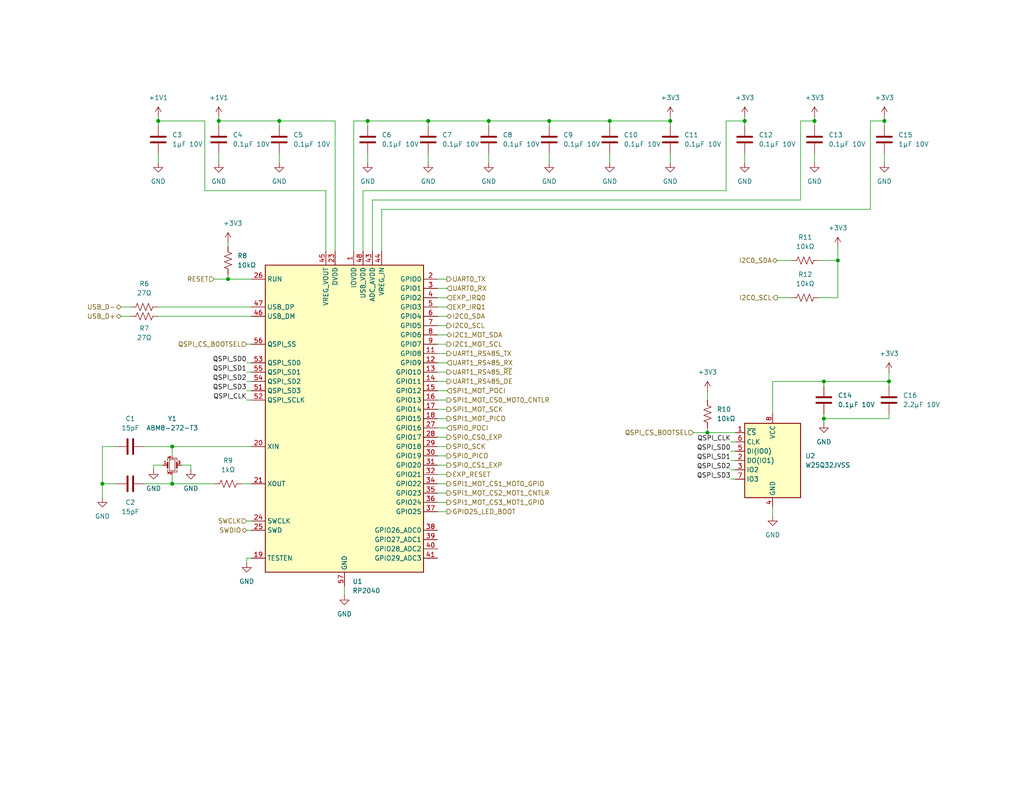
<source format=kicad_sch>
(kicad_sch (version 20231120) (generator "eeschema") (generator_version "8.0")
  (paper "USLetter")
  (title_block (title "Pan Tilt PCB: RP2040") (date "2024-07-10") (company "Responsive Environments, MIT Media Lab") (comment 1 "Perry Naseck"))
  (lib_symbols
    (symbol "Device:C" (pin_numbers hide) (pin_names (offset 0.254))
      (property "Reference" "C" (at 0.635 2.54 0))
      (property "Value" "C" (at 0.635 -2.54 0))
      (symbol "C_0_1"
        (polyline (pts (xy -2.032 -0.762) (xy 2.032 -0.762)) (stroke (width 0.508)))
        (polyline (pts (xy -2.032 0.762) (xy 2.032 0.762)) (stroke (width 0.508)))
      )
      (symbol "C_1_1"
        (pin passive line (at 0 3.81 270) (length 2.794) (name "~") (number "1"))
        (pin passive line (at 0 -3.81 90) (length 2.794) (name "~") (number "2"))
      )
    )
    (symbol "Device:Crystal_GND24_Small" (pin_names (offset 1.016) hide)
      (property "Reference" "Y" (at 1.27 4.445 0))
      (property "Value" "Crystal_GND24_Small" (at 1.27 2.54 0))
      (symbol "Crystal_GND24_Small_0_1"
        (rectangle (start -0.762 -1.524) (end 0.762 1.524))
        (polyline (pts (xy -1.27 -0.762) (xy -1.27 0.762)) (stroke (width 0.381)))
        (polyline (pts (xy 1.27 -0.762) (xy 1.27 0.762)) (stroke (width 0.381)))
        (polyline (pts (xy -1.27 -1.27) (xy -1.27 -1.905) (xy 1.27 -1.905) (xy 1.27 -1.27)))
        (polyline (pts (xy -1.27 1.27) (xy -1.27 1.905) (xy 1.27 1.905) (xy 1.27 1.27)))
      )
      (symbol "Crystal_GND24_Small_1_1"
        (pin passive line (at -2.54 0 0) (length 1.27) (name "1") (number "1"))
        (pin passive line (at 0 -2.54 90) (length 0.635) (name "2") (number "2"))
        (pin passive line (at 2.54 0 180) (length 1.27) (name "3") (number "3"))
        (pin passive line (at 0 2.54 270) (length 0.635) (name "4") (number "4"))
      )
    )
    (symbol "Device:R_US" (pin_numbers hide) (pin_names (offset 0))
      (property "Reference" "R" (at 2.54 0 90))
      (property "Value" "R_US" (at -2.54 0 90))
      (symbol "R_US_0_1"
        (polyline (pts (xy 0 -2.286) (xy 0 -2.54)))
        (polyline (pts (xy 0 2.286) (xy 0 2.54)))
        (polyline (pts (xy 0 -0.762) (xy 1.016 -1.143) (xy 0 -1.524) (xy -1.016 -1.905) (xy 0 -2.286)))
        (polyline (pts (xy 0 0.762) (xy 1.016 0.381) (xy 0 0) (xy -1.016 -0.381) (xy 0 -0.762)))
        (polyline (pts (xy 0 2.286) (xy 1.016 1.905) (xy 0 1.524) (xy -1.016 1.143) (xy 0 0.762)))
      )
      (symbol "R_US_1_1"
        (pin passive line (at 0 3.81 270) (length 1.27) (name "~") (number "1"))
        (pin passive line (at 0 -3.81 90) (length 1.27) (name "~") (number "2"))
      )
    )
    (symbol "MCU_RaspberryPi:RP2040"
      (property "Reference" "U" (at 17.78 45.72 0))
      (property "Value" "RP2040" (at 17.78 43.18 0))
      (symbol "RP2040_0_1"
        (rectangle (start -21.59 41.91) (end 21.59 -41.91) (stroke (width 0.254)) (fill (type background)))
      )
      (symbol "RP2040_1_1"
        (pin power_in line (at 2.54 45.72 270) (length 3.81) (name "IOVDD") (number "1"))
        (pin passive line (at 2.54 45.72 270) (length 3.81) hide (name "IOVDD") (number "10"))
        (pin bidirectional line (at 25.4 17.78 180) (length 3.81) (name "GPIO8") (number "11"))
        (pin bidirectional line (at 25.4 15.24 180) (length 3.81) (name "GPIO9") (number "12"))
        (pin bidirectional line (at 25.4 12.7 180) (length 3.81) (name "GPIO10") (number "13"))
        (pin bidirectional line (at 25.4 10.16 180) (length 3.81) (name "GPIO11") (number "14"))
        (pin bidirectional line (at 25.4 7.62 180) (length 3.81) (name "GPIO12") (number "15"))
        (pin bidirectional line (at 25.4 5.08 180) (length 3.81) (name "GPIO13") (number "16"))
        (pin bidirectional line (at 25.4 2.54 180) (length 3.81) (name "GPIO14") (number "17"))
        (pin bidirectional line (at 25.4 0 180) (length 3.81) (name "GPIO15") (number "18"))
        (pin input line (at -25.4 -38.1 0) (length 3.81) (name "TESTEN") (number "19"))
        (pin bidirectional line (at 25.4 38.1 180) (length 3.81) (name "GPIO0") (number "2"))
        (pin input line (at -25.4 -7.62 0) (length 3.81) (name "XIN") (number "20"))
        (pin passive line (at -25.4 -17.78 0) (length 3.81) (name "XOUT") (number "21"))
        (pin passive line (at 2.54 45.72 270) (length 3.81) hide (name "IOVDD") (number "22"))
        (pin power_in line (at -2.54 45.72 270) (length 3.81) (name "DVDD") (number "23"))
        (pin input line (at -25.4 -27.94 0) (length 3.81) (name "SWCLK") (number "24"))
        (pin bidirectional line (at -25.4 -30.48 0) (length 3.81) (name "SWD") (number "25"))
        (pin input line (at -25.4 38.1 0) (length 3.81) (name "RUN") (number "26"))
        (pin bidirectional line (at 25.4 -2.54 180) (length 3.81) (name "GPIO16") (number "27"))
        (pin bidirectional line (at 25.4 -5.08 180) (length 3.81) (name "GPIO17") (number "28"))
        (pin bidirectional line (at 25.4 -7.62 180) (length 3.81) (name "GPIO18") (number "29"))
        (pin bidirectional line (at 25.4 35.56 180) (length 3.81) (name "GPIO1") (number "3"))
        (pin bidirectional line (at 25.4 -10.16 180) (length 3.81) (name "GPIO19") (number "30"))
        (pin bidirectional line (at 25.4 -12.7 180) (length 3.81) (name "GPIO20") (number "31"))
        (pin bidirectional line (at 25.4 -15.24 180) (length 3.81) (name "GPIO21") (number "32"))
        (pin passive line (at 2.54 45.72 270) (length 3.81) hide (name "IOVDD") (number "33"))
        (pin bidirectional line (at 25.4 -17.78 180) (length 3.81) (name "GPIO22") (number "34"))
        (pin bidirectional line (at 25.4 -20.32 180) (length 3.81) (name "GPIO23") (number "35"))
        (pin bidirectional line (at 25.4 -22.86 180) (length 3.81) (name "GPIO24") (number "36"))
        (pin bidirectional line (at 25.4 -25.4 180) (length 3.81) (name "GPIO25") (number "37"))
        (pin bidirectional line (at 25.4 -30.48 180) (length 3.81) (name "GPIO26_ADC0") (number "38"))
        (pin bidirectional line (at 25.4 -33.02 180) (length 3.81) (name "GPIO27_ADC1") (number "39"))
        (pin bidirectional line (at 25.4 33.02 180) (length 3.81) (name "GPIO2") (number "4"))
        (pin bidirectional line (at 25.4 -35.56 180) (length 3.81) (name "GPIO28_ADC2") (number "40"))
        (pin bidirectional line (at 25.4 -38.1 180) (length 3.81) (name "GPIO29_ADC3") (number "41"))
        (pin passive line (at 2.54 45.72 270) (length 3.81) hide (name "IOVDD") (number "42"))
        (pin power_in line (at 7.62 45.72 270) (length 3.81) (name "ADC_AVDD") (number "43"))
        (pin power_in line (at 10.16 45.72 270) (length 3.81) (name "VREG_IN") (number "44"))
        (pin power_out line (at -5.08 45.72 270) (length 3.81) (name "VREG_VOUT") (number "45"))
        (pin bidirectional line (at -25.4 27.94 0) (length 3.81) (name "USB_DM") (number "46"))
        (pin bidirectional line (at -25.4 30.48 0) (length 3.81) (name "USB_DP") (number "47"))
        (pin power_in line (at 5.08 45.72 270) (length 3.81) (name "USB_VDD") (number "48"))
        (pin passive line (at 2.54 45.72 270) (length 3.81) hide (name "IOVDD") (number "49"))
        (pin bidirectional line (at 25.4 30.48 180) (length 3.81) (name "GPIO3") (number "5"))
        (pin passive line (at -2.54 45.72 270) (length 3.81) hide (name "DVDD") (number "50"))
        (pin bidirectional line (at -25.4 7.62 0) (length 3.81) (name "QSPI_SD3") (number "51"))
        (pin output line (at -25.4 5.08 0) (length 3.81) (name "QSPI_SCLK") (number "52"))
        (pin bidirectional line (at -25.4 15.24 0) (length 3.81) (name "QSPI_SD0") (number "53"))
        (pin bidirectional line (at -25.4 10.16 0) (length 3.81) (name "QSPI_SD2") (number "54"))
        (pin bidirectional line (at -25.4 12.7 0) (length 3.81) (name "QSPI_SD1") (number "55"))
        (pin bidirectional line (at -25.4 20.32 0) (length 3.81) (name "QSPI_SS") (number "56"))
        (pin power_in line (at 0 -45.72 90) (length 3.81) (name "GND") (number "57"))
        (pin bidirectional line (at 25.4 27.94 180) (length 3.81) (name "GPIO4") (number "6"))
        (pin bidirectional line (at 25.4 25.4 180) (length 3.81) (name "GPIO5") (number "7"))
        (pin bidirectional line (at 25.4 22.86 180) (length 3.81) (name "GPIO6") (number "8"))
        (pin bidirectional line (at 25.4 20.32 180) (length 3.81) (name "GPIO7") (number "9"))
      )
    )
    (symbol "Memory_Flash:W25Q32JVSS"
      (property "Reference" "U" (at -6.35 11.43 0))
      (property "Value" "W25Q32JVSS" (at 7.62 11.43 0))
      (symbol "W25Q32JVSS_0_1"
        (rectangle (start -7.62 10.16) (end 7.62 -10.16) (stroke (width 0.254)) (fill (type background)))
      )
      (symbol "W25Q32JVSS_1_1"
        (pin input line (at -10.16 7.62 0) (length 2.54) (name "~{CS}") (number "1"))
        (pin bidirectional line (at -10.16 0 0) (length 2.54) (name "DO(IO1)") (number "2"))
        (pin bidirectional line (at -10.16 -2.54 0) (length 2.54) (name "IO2") (number "3"))
        (pin power_in line (at 0 -12.7 90) (length 2.54) (name "GND") (number "4"))
        (pin bidirectional line (at -10.16 2.54 0) (length 2.54) (name "DI(IO0)") (number "5"))
        (pin input line (at -10.16 5.08 0) (length 2.54) (name "CLK") (number "6"))
        (pin bidirectional line (at -10.16 -5.08 0) (length 2.54) (name "IO3") (number "7"))
        (pin power_in line (at 0 12.7 270) (length 2.54) (name "VCC") (number "8"))
      )
    )
    (symbol "power:+1V1" (power) (pin_numbers hide) (pin_names (offset 0) hide)
      (property "Value" "+1V1" (at 0 3.556 0))
      (symbol "+1V1_0_1"
        (polyline (pts (xy -0.762 1.27) (xy 0 2.54)))
        (polyline (pts (xy 0 0) (xy 0 2.54)))
        (polyline (pts (xy 0 2.54) (xy 0.762 1.27)))
      )
      (symbol "+1V1_1_1"
        (pin power_in line (at 0 0 90) (length 0) (name "~") (number "1"))
      )
    )
    (symbol "power:+3V3" (power) (pin_numbers hide) (pin_names (offset 0) hide)
      (property "Value" "+3V3" (at 0 3.556 0))
      (symbol "+3V3_0_1"
        (polyline (pts (xy -0.762 1.27) (xy 0 2.54)))
        (polyline (pts (xy 0 0) (xy 0 2.54)))
        (polyline (pts (xy 0 2.54) (xy 0.762 1.27)))
      )
      (symbol "+3V3_1_1"
        (pin power_in line (at 0 0 90) (length 0) (name "~") (number "1"))
      )
    )
    (symbol "power:GND" (power) (pin_numbers hide) (pin_names (offset 0) hide)
      (property "Value" "GND" (at 0 -3.81 0))
      (symbol "GND_0_1"
        (polyline (pts (xy 0 0) (xy 0 -1.27) (xy 1.27 -1.27) (xy 0 -2.54) (xy -1.27 -1.27) (xy 0 -1.27)))
      )
      (symbol "GND_1_1"
        (pin power_in line (at 0 0 270) (length 0) (name "~") (number "1"))
      )
    )
  )
  (junction (at 241.3 33.02))
  (junction (at 182.88 33.02))
  (junction (at 149.86 33.02))
  (junction (at 224.79 104.14))
  (junction (at 166.37 33.02))
  (junction (at 242.57 104.14))
  (junction (at 228.6 71.12))
  (junction (at 76.2 33.02))
  (junction (at 100.33 33.02))
  (junction (at 59.69 33.02))
  (junction (at 203.2 33.02))
  (junction (at 224.79 114.3))
  (junction (at 27.94 132.08))
  (junction (at 133.35 33.02))
  (junction (at 116.84 33.02))
  (junction (at 46.99 121.92))
  (junction (at 43.18 33.02))
  (junction (at 222.25 33.02))
  (junction (at 193.04 118.11))
  (junction (at 62.23 76.2))
  (junction (at 46.99 132.08))
  (wire (pts (xy 119.38 119.38) (xy 121.92 119.38)))
  (wire (pts (xy 33.02 83.82) (xy 35.56 83.82)))
  (wire (pts (xy 46.99 121.92) (xy 46.99 124.46)))
  (wire (pts (xy 116.84 41.91) (xy 116.84 44.45)))
  (wire (pts (xy 93.98 160.02) (xy 93.98 162.56)))
  (wire (pts (xy 119.38 88.9) (xy 121.92 88.9)))
  (wire (pts (xy 100.33 41.91) (xy 100.33 44.45)))
  (wire (pts (xy 119.38 139.7) (xy 121.92 139.7)))
  (wire (pts (xy 59.69 41.91) (xy 59.69 44.45)))
  (wire (pts (xy 96.52 33.02) (xy 96.52 68.58)))
  (wire (pts (xy 67.31 144.78) (xy 68.58 144.78)))
  (wire (pts (xy 43.18 83.82) (xy 68.58 83.82)))
  (wire (pts (xy 62.23 74.93) (xy 62.23 76.2)))
  (wire (pts (xy 101.6 54.61) (xy 101.6 68.58)))
  (wire (pts (xy 119.38 76.2) (xy 121.92 76.2)))
  (wire (pts (xy 222.25 31.75) (xy 222.25 33.02)))
  (wire (pts (xy 182.88 41.91) (xy 182.88 44.45)))
  (wire (pts (xy 119.38 111.76) (xy 121.92 111.76)))
  (wire (pts (xy 46.99 132.08) (xy 58.42 132.08)))
  (wire (pts (xy 241.3 31.75) (xy 241.3 33.02)))
  (wire (pts (xy 35.56 86.36) (xy 33.02 86.36)))
  (wire (pts (xy 224.79 114.3) (xy 242.57 114.3)))
  (wire (pts (xy 68.58 152.4) (xy 67.31 152.4)))
  (wire (pts (xy 27.94 132.08) (xy 27.94 135.89)))
  (wire (pts (xy 166.37 33.02) (xy 182.88 33.02)))
  (wire (pts (xy 55.88 33.02) (xy 55.88 52.07)))
  (wire (pts (xy 119.38 81.28) (xy 121.92 81.28)))
  (wire (pts (xy 39.37 121.92) (xy 46.99 121.92)))
  (wire (pts (xy 119.38 116.84) (xy 121.92 116.84)))
  (wire (pts (xy 67.31 109.22) (xy 68.58 109.22)))
  (wire (pts (xy 119.38 121.92) (xy 121.92 121.92)))
  (wire (pts (xy 199.39 128.27) (xy 200.66 128.27)))
  (wire (pts (xy 218.44 33.02) (xy 218.44 54.61)))
  (wire (pts (xy 119.38 99.06) (xy 121.92 99.06)))
  (wire (pts (xy 88.9 52.07) (xy 88.9 68.58)))
  (wire (pts (xy 119.38 132.08) (xy 121.92 132.08)))
  (wire (pts (xy 199.39 123.19) (xy 200.66 123.19)))
  (wire (pts (xy 76.2 33.02) (xy 76.2 34.29)))
  (wire (pts (xy 41.91 127) (xy 44.45 127)))
  (wire (pts (xy 119.38 91.44) (xy 121.92 91.44)))
  (wire (pts (xy 43.18 86.36) (xy 68.58 86.36)))
  (wire (pts (xy 67.31 142.24) (xy 68.58 142.24)))
  (wire (pts (xy 242.57 114.3) (xy 242.57 113.03)))
  (wire (pts (xy 119.38 78.74) (xy 121.92 78.74)))
  (wire (pts (xy 91.44 33.02) (xy 91.44 68.58)))
  (wire (pts (xy 99.06 52.07) (xy 99.06 68.58)))
  (wire (pts (xy 67.31 106.68) (xy 68.58 106.68)))
  (wire (pts (xy 149.86 33.02) (xy 149.86 34.29)))
  (wire (pts (xy 76.2 33.02) (xy 91.44 33.02)))
  (wire (pts (xy 224.79 104.14) (xy 242.57 104.14)))
  (wire (pts (xy 67.31 99.06) (xy 68.58 99.06)))
  (wire (pts (xy 27.94 132.08) (xy 31.75 132.08)))
  (wire (pts (xy 189.23 118.11) (xy 193.04 118.11)))
  (wire (pts (xy 119.38 104.14) (xy 121.92 104.14)))
  (wire (pts (xy 182.88 31.75) (xy 182.88 33.02)))
  (wire (pts (xy 149.86 41.91) (xy 149.86 44.45)))
  (wire (pts (xy 27.94 121.92) (xy 27.94 132.08)))
  (wire (pts (xy 193.04 116.84) (xy 193.04 118.11)))
  (wire (pts (xy 119.38 106.68) (xy 121.92 106.68)))
  (wire (pts (xy 198.12 33.02) (xy 203.2 33.02)))
  (wire (pts (xy 101.6 54.61) (xy 218.44 54.61)))
  (wire (pts (xy 198.12 33.02) (xy 198.12 52.07)))
  (wire (pts (xy 224.79 113.03) (xy 224.79 114.3)))
  (wire (pts (xy 242.57 105.41) (xy 242.57 104.14)))
  (wire (pts (xy 96.52 33.02) (xy 100.33 33.02)))
  (wire (pts (xy 228.6 71.12) (xy 228.6 81.28)))
  (wire (pts (xy 166.37 41.91) (xy 166.37 44.45)))
  (wire (pts (xy 43.18 41.91) (xy 43.18 44.45)))
  (wire (pts (xy 218.44 33.02) (xy 222.25 33.02)))
  (wire (pts (xy 43.18 33.02) (xy 43.18 34.29)))
  (wire (pts (xy 55.88 52.07) (xy 88.9 52.07)))
  (wire (pts (xy 149.86 33.02) (xy 166.37 33.02)))
  (wire (pts (xy 104.14 57.15) (xy 237.49 57.15)))
  (wire (pts (xy 182.88 33.02) (xy 182.88 34.29)))
  (wire (pts (xy 59.69 33.02) (xy 76.2 33.02)))
  (wire (pts (xy 119.38 124.46) (xy 121.92 124.46)))
  (wire (pts (xy 210.82 138.43) (xy 210.82 140.97)))
  (wire (pts (xy 199.39 130.81) (xy 200.66 130.81)))
  (wire (pts (xy 62.23 76.2) (xy 68.58 76.2)))
  (wire (pts (xy 104.14 57.15) (xy 104.14 68.58)))
  (wire (pts (xy 241.3 33.02) (xy 241.3 34.29)))
  (wire (pts (xy 119.38 134.62) (xy 121.92 134.62)))
  (wire (pts (xy 193.04 118.11) (xy 200.66 118.11)))
  (wire (pts (xy 212.09 71.12) (xy 215.9 71.12)))
  (wire (pts (xy 210.82 104.14) (xy 210.82 113.03)))
  (wire (pts (xy 67.31 104.14) (xy 68.58 104.14)))
  (wire (pts (xy 241.3 41.91) (xy 241.3 44.45)))
  (wire (pts (xy 100.33 33.02) (xy 100.33 34.29)))
  (wire (pts (xy 198.12 52.07) (xy 99.06 52.07)))
  (wire (pts (xy 222.25 33.02) (xy 222.25 34.29)))
  (wire (pts (xy 67.31 101.6) (xy 68.58 101.6)))
  (wire (pts (xy 237.49 33.02) (xy 241.3 33.02)))
  (wire (pts (xy 199.39 125.73) (xy 200.66 125.73)))
  (wire (pts (xy 119.38 83.82) (xy 121.92 83.82)))
  (wire (pts (xy 237.49 57.15) (xy 237.49 33.02)))
  (wire (pts (xy 119.38 101.6) (xy 121.92 101.6)))
  (wire (pts (xy 119.38 109.22) (xy 121.92 109.22)))
  (wire (pts (xy 199.39 120.65) (xy 200.66 120.65)))
  (wire (pts (xy 166.37 33.02) (xy 166.37 34.29)))
  (wire (pts (xy 203.2 31.75) (xy 203.2 33.02)))
  (wire (pts (xy 119.38 86.36) (xy 121.92 86.36)))
  (wire (pts (xy 224.79 114.3) (xy 224.79 115.57)))
  (wire (pts (xy 67.31 93.98) (xy 68.58 93.98)))
  (wire (pts (xy 193.04 106.68) (xy 193.04 109.22)))
  (wire (pts (xy 223.52 71.12) (xy 228.6 71.12)))
  (wire (pts (xy 224.79 104.14) (xy 224.79 105.41)))
  (wire (pts (xy 228.6 67.31) (xy 228.6 71.12)))
  (wire (pts (xy 210.82 104.14) (xy 224.79 104.14)))
  (wire (pts (xy 116.84 33.02) (xy 116.84 34.29)))
  (wire (pts (xy 67.31 152.4) (xy 67.31 153.67)))
  (wire (pts (xy 203.2 41.91) (xy 203.2 44.45)))
  (wire (pts (xy 223.52 81.28) (xy 228.6 81.28)))
  (wire (pts (xy 133.35 33.02) (xy 149.86 33.02)))
  (wire (pts (xy 212.09 81.28) (xy 215.9 81.28)))
  (wire (pts (xy 46.99 121.92) (xy 68.58 121.92)))
  (wire (pts (xy 116.84 33.02) (xy 133.35 33.02)))
  (wire (pts (xy 203.2 33.02) (xy 203.2 34.29)))
  (wire (pts (xy 43.18 31.75) (xy 43.18 33.02)))
  (wire (pts (xy 52.07 128.27) (xy 52.07 127)))
  (wire (pts (xy 119.38 137.16) (xy 121.92 137.16)))
  (wire (pts (xy 242.57 101.6) (xy 242.57 104.14)))
  (wire (pts (xy 119.38 127) (xy 121.92 127)))
  (wire (pts (xy 76.2 41.91) (xy 76.2 44.45)))
  (wire (pts (xy 119.38 96.52) (xy 121.92 96.52)))
  (wire (pts (xy 66.04 132.08) (xy 68.58 132.08)))
  (wire (pts (xy 58.42 76.2) (xy 62.23 76.2)))
  (wire (pts (xy 62.23 66.04) (xy 62.23 67.31)))
  (wire (pts (xy 133.35 41.91) (xy 133.35 44.45)))
  (wire (pts (xy 119.38 93.98) (xy 121.92 93.98)))
  (wire (pts (xy 222.25 41.91) (xy 222.25 44.45)))
  (wire (pts (xy 133.35 33.02) (xy 133.35 34.29)))
  (wire (pts (xy 43.18 33.02) (xy 55.88 33.02)))
  (wire (pts (xy 100.33 33.02) (xy 116.84 33.02)))
  (wire (pts (xy 39.37 132.08) (xy 46.99 132.08)))
  (wire (pts (xy 41.91 128.27) (xy 41.91 127)))
  (wire (pts (xy 119.38 114.3) (xy 121.92 114.3)))
  (wire (pts (xy 59.69 33.02) (xy 59.69 34.29)))
  (wire (pts (xy 46.99 129.54) (xy 46.99 132.08)))
  (wire (pts (xy 31.75 121.92) (xy 27.94 121.92)))
  (wire (pts (xy 59.69 31.75) (xy 59.69 33.02)))
  (wire (pts (xy 119.38 129.54) (xy 121.92 129.54)))
  (wire (pts (xy 49.53 127) (xy 52.07 127)))
  (label "QSPI_SD0" (at 199.39 123.19 180))
  (label "QSPI_SD3" (at 67.31 106.68 180))
  (label "QSPI_SD3" (at 199.39 130.81 180))
  (label "QSPI_SD2" (at 67.31 104.14 180))
  (label "QSPI_SD1" (at 199.39 125.73 180))
  (label "QSPI_CLK" (at 199.39 120.65 180))
  (label "QSPI_SD0" (at 67.31 99.06 180))
  (label "QSPI_SD2" (at 199.39 128.27 180))
  (label "QSPI_CLK" (at 67.31 109.22 180))
  (label "QSPI_SD1" (at 67.31 101.6 180))
  (hierarchical_label "SPI1_MOT_CS0_MOT0_CNTLR" (shape output) (at 121.92 109.22 0))
  (hierarchical_label "SPI1_MOT_CS3_MOT1_GPIO" (shape output) (at 121.92 137.16 0))
  (hierarchical_label "RESET" (shape input) (at 58.42 76.2 180))
  (hierarchical_label "I2C0_SCL" (shape output) (at 121.92 88.9 0))
  (hierarchical_label "USB_D-" (shape bidirectional) (at 33.02 83.82 180))
  (hierarchical_label "SPI0_SCK" (shape output) (at 121.92 121.92 0))
  (hierarchical_label "UART0_TX" (shape output) (at 121.92 76.2 0))
  (hierarchical_label "I2C0_SDA" (shape bidirectional) (at 121.92 86.36 0))
  (hierarchical_label "SPI0_POCI" (shape input) (at 121.92 116.84 0))
  (hierarchical_label "UART0_RX" (shape input) (at 121.92 78.74 0))
  (hierarchical_label "SPI0_CS0_EXP" (shape output) (at 121.92 119.38 0))
  (hierarchical_label "EXP_IRQ1" (shape input) (at 121.92 83.82 0))
  (hierarchical_label "QSPI_CS_BOOTSEL" (shape input) (at 67.31 93.98 180))
  (hierarchical_label "I2C0_SDA" (shape bidirectional) (at 212.09 71.12 180))
  (hierarchical_label "SPI1_MOT_SCK" (shape output) (at 121.92 111.76 0))
  (hierarchical_label "SPI0_CS1_EXP" (shape output) (at 121.92 127 0))
  (hierarchical_label "UART1_RS485_~{RE}" (shape output) (at 121.92 101.6 0))
  (hierarchical_label "SWDIO" (shape bidirectional) (at 67.31 144.78 180))
  (hierarchical_label "SPI0_PICO" (shape output) (at 121.92 124.46 0))
  (hierarchical_label "I2C1_MOT_SDA" (shape bidirectional) (at 121.92 91.44 0))
  (hierarchical_label "EXP_IRQ0" (shape input) (at 121.92 81.28 0))
  (hierarchical_label "I2C1_MOT_SCL" (shape output) (at 121.92 93.98 0))
  (hierarchical_label "UART1_RS485_DE" (shape output) (at 121.92 104.14 0))
  (hierarchical_label "QSPI_CS_BOOTSEL" (shape input) (at 189.23 118.11 180))
  (hierarchical_label "I2C0_SCL" (shape output) (at 212.09 81.28 180))
  (hierarchical_label "UART1_RS485_TX" (shape output) (at 121.92 96.52 0))
  (hierarchical_label "SPI1_MOT_POCI" (shape input) (at 121.92 106.68 0))
  (hierarchical_label "USB_D+" (shape bidirectional) (at 33.02 86.36 180))
  (hierarchical_label "EXP_RESET" (shape output) (at 121.92 129.54 0))
  (hierarchical_label "SWCLK" (shape input) (at 67.31 142.24 180))
  (hierarchical_label "SPI1_MOT_PICO" (shape output) (at 121.92 114.3 0))
  (hierarchical_label "SPI1_MOT_CS2_MOT1_CNTLR" (shape output) (at 121.92 134.62 0))
  (hierarchical_label "UART1_RS485_RX" (shape input) (at 121.92 99.06 0))
  (hierarchical_label "SPI1_MOT_CS1_MOT0_GPIO" (shape output) (at 121.92 132.08 0))
  (hierarchical_label "GPIO25_LED_BOOT" (shape output) (at 121.92 139.7 0))
  (symbol (lib_id "power:GND") (at 224.79 115.57 0) (unit 1)
    (property "Reference" "#PWR046" (effects (hide yes)))
    (property "Value" "GND" (at 224.79 120.65 0))
    (property "Description" "Power symbol creates a global label with name \"GND\" , ground" (effects (hide yes)))
  )
  (symbol (lib_id "power:GND") (at 241.3 44.45 0) (unit 1)
    (property "Reference" "#PWR049" (effects (hide yes)))
    (property "Value" "GND" (at 241.3 49.53 0))
    (property "Description" "Power symbol creates a global label with name \"GND\" , ground" (effects (hide yes)))
  )
  (symbol (lib_id "power:GND") (at 93.98 162.56 0) (unit 1)
    (property "Reference" "#PWR032" (effects (hide yes)))
    (property "Value" "GND" (at 93.98 167.64 0))
    (property "Description" "Power symbol creates a global label with name \"GND\" , ground" (effects (hide yes)))
  )
  (symbol (lib_id "power:GND") (at 133.35 44.45 0) (unit 1)
    (property "Reference" "#PWR035" (effects (hide yes)))
    (property "Value" "GND" (at 133.35 49.53 0))
    (property "Description" "Power symbol creates a global label with name \"GND\" , ground" (effects (hide yes)))
  )
  (symbol (lib_id "power:+3V3") (at 222.25 31.75 0) (unit 1)
    (property "Reference" "#PWR044" (effects (hide yes)))
    (property "Value" "+3V3" (at 222.25 26.67 0))
    (property "Description" "Power symbol creates a global label with name \"+3V3\"" (effects (hide yes)))
  )
  (symbol (lib_id "Device:R_US") (at 39.37 86.36 90) (unit 1)
    (property "Reference" "R7" (at 39.37 89.662 90))
    (property "Value" "27Ω" (at 39.37 92.202 90))
    (property "Description" "Resistor, US symbol" (effects (hide yes)))
  )
  (symbol (lib_id "power:+1V1") (at 59.69 31.75 0) (unit 1)
    (property "Reference" "#PWR027" (effects (hide yes)))
    (property "Value" "+1V1" (at 59.69 26.67 0))
    (property "Description" "Power symbol creates a global label with name \"+1V1\"" (effects (hide yes)))
  )
  (symbol (lib_id "Device:C") (at 116.84 38.1 0) (unit 1)
    (property "Reference" "C7" (at 120.65 36.8299 0) (effects (justify left)))
    (property "Value" "0.1µF 10V" (at 120.65 39.3699 0) (effects (justify left)))
    (property "Description" "Unpolarized capacitor" (effects (hide yes)))
  )
  (symbol (lib_id "Device:R_US") (at 39.37 83.82 90) (unit 1)
    (property "Reference" "R6" (at 39.37 77.47 90))
    (property "Value" "27Ω" (at 39.37 80.01 90))
    (property "Description" "Resistor, US symbol" (effects (hide yes)))
  )
  (symbol (lib_id "Device:R_US") (at 193.04 113.03 0) (unit 1)
    (property "Reference" "R10" (at 195.58 111.7599 0) (effects (justify left)))
    (property "Value" "10kΩ" (at 195.58 114.2999 0) (effects (justify left)))
    (property "Description" "Resistor, US symbol" (effects (hide yes)))
  )
  (symbol (lib_id "MCU_RaspberryPi:RP2040") (at 93.98 114.3 0) (unit 1)
    (property "Reference" "U1" (at 96.1741 158.75 0) (effects (justify left)))
    (property "Value" "RP2040" (at 96.1741 161.29 0) (effects (justify left)))
    (property "Footprint" "Package_DFN_QFN:QFN-56-1EP_7x7mm_P0.4mm_EP3.2x3.2mm" (effects (hide yes)))
    (property "Datasheet" "https://datasheets.raspberrypi.com/rp2040/rp2040-datasheet.pdf" (effects (hide yes)))
    (property "Description" "A microcontroller by Raspberry Pi" (effects (hide yes)))
  )
  (symbol (lib_id "power:GND") (at 43.18 44.45 0) (unit 1)
    (property "Reference" "#PWR025" (effects (hide yes)))
    (property "Value" "GND" (at 43.18 49.53 0))
    (property "Description" "Power symbol creates a global label with name \"GND\" , ground" (effects (hide yes)))
  )
  (symbol (lib_id "Device:C") (at 35.56 121.92 90) (unit 1)
    (property "Reference" "C1" (at 35.56 114.3 90))
    (property "Value" "15pF" (at 35.56 116.84 90))
    (property "Description" "Unpolarized capacitor" (effects (hide yes)))
  )
  (symbol (lib_id "power:GND") (at 52.07 128.27 0) (unit 1)
    (property "Reference" "#PWR026" (effects (hide yes)))
    (property "Value" "GND" (at 52.07 133.35 0))
    (property "Description" "Power symbol creates a global label with name \"GND\" , ground" (effects (hide yes)))
  )
  (symbol (lib_id "power:+3V3") (at 242.57 101.6 0) (unit 1)
    (property "Reference" "#PWR050" (effects (hide yes)))
    (property "Value" "+3V3" (at 242.57 96.52 0))
    (property "Description" "Power symbol creates a global label with name \"+3V3\"" (effects (hide yes)))
  )
  (symbol (lib_id "power:+1V1") (at 43.18 31.75 0) (unit 1)
    (property "Reference" "#PWR024" (effects (hide yes)))
    (property "Value" "+1V1" (at 43.18 26.67 0))
    (property "Description" "Power symbol creates a global label with name \"+1V1\"" (effects (hide yes)))
  )
  (symbol (lib_id "power:GND") (at 222.25 44.45 0) (unit 1)
    (property "Reference" "#PWR045" (effects (hide yes)))
    (property "Value" "GND" (at 222.25 49.53 0))
    (property "Description" "Power symbol creates a global label with name \"GND\" , ground" (effects (hide yes)))
  )
  (symbol (lib_id "Device:C") (at 59.69 38.1 0) (unit 1)
    (property "Reference" "C4" (at 63.5 36.8299 0) (effects (justify left)))
    (property "Value" "0.1µF 10V" (at 63.5 39.3699 0) (effects (justify left)))
    (property "Description" "Unpolarized capacitor" (effects (hide yes)))
  )
  (symbol (lib_id "power:GND") (at 59.69 44.45 0) (unit 1)
    (property "Reference" "#PWR028" (effects (hide yes)))
    (property "Value" "GND" (at 59.69 49.53 0))
    (property "Description" "Power symbol creates a global label with name \"GND\" , ground" (effects (hide yes)))
  )
  (symbol (lib_id "Device:R_US") (at 62.23 132.08 90) (unit 1)
    (property "Reference" "R9" (at 62.23 125.73 90))
    (property "Value" "1kΩ" (at 62.23 128.27 90))
    (property "Description" "Resistor, US symbol" (effects (hide yes)))
  )
  (symbol (lib_id "Device:C") (at 224.79 109.22 0) (unit 1)
    (property "Reference" "C14" (at 228.6 107.9499 0) (effects (justify left)))
    (property "Value" "0.1µF 10V" (at 228.6 110.4899 0) (effects (justify left)))
    (property "Description" "Unpolarized capacitor" (effects (hide yes)))
  )
  (symbol (lib_id "power:+3V3") (at 193.04 106.68 0) (unit 1)
    (property "Reference" "#PWR040" (effects (hide yes)))
    (property "Value" "+3V3" (at 193.04 101.6 0))
    (property "Description" "Power symbol creates a global label with name \"+3V3\"" (effects (hide yes)))
  )
  (symbol (lib_id "Device:C") (at 43.18 38.1 0) (unit 1)
    (property "Reference" "C3" (at 46.99 36.8299 0) (effects (justify left)))
    (property "Value" "1µF 10V" (at 46.99 39.3699 0) (effects (justify left)))
    (property "Description" "Unpolarized capacitor" (effects (hide yes)))
  )
  (symbol (lib_id "power:GND") (at 116.84 44.45 0) (unit 1)
    (property "Reference" "#PWR034" (effects (hide yes)))
    (property "Value" "GND" (at 116.84 49.53 0))
    (property "Description" "Power symbol creates a global label with name \"GND\" , ground" (effects (hide yes)))
  )
  (symbol (lib_id "power:+3V3") (at 241.3 31.75 0) (unit 1)
    (property "Reference" "#PWR048" (effects (hide yes)))
    (property "Value" "+3V3" (at 241.3 26.67 0))
    (property "Description" "Power symbol creates a global label with name \"+3V3\"" (effects (hide yes)))
  )
  (symbol (lib_id "Device:C") (at 149.86 38.1 0) (unit 1)
    (property "Reference" "C9" (at 153.67 36.8299 0) (effects (justify left)))
    (property "Value" "0.1µF 10V" (at 153.67 39.3699 0) (effects (justify left)))
    (property "Description" "Unpolarized capacitor" (effects (hide yes)))
  )
  (symbol (lib_id "Device:C") (at 76.2 38.1 0) (unit 1)
    (property "Reference" "C5" (at 80.01 36.8299 0) (effects (justify left)))
    (property "Value" "0.1µF 10V" (at 80.01 39.3699 0) (effects (justify left)))
    (property "Description" "Unpolarized capacitor" (effects (hide yes)))
  )
  (symbol (lib_id "power:+3V3") (at 203.2 31.75 0) (unit 1)
    (property "Reference" "#PWR041" (effects (hide yes)))
    (property "Value" "+3V3" (at 203.2 26.67 0))
    (property "Description" "Power symbol creates a global label with name \"+3V3\"" (effects (hide yes)))
  )
  (symbol (lib_id "Device:C") (at 100.33 38.1 0) (unit 1)
    (property "Reference" "C6" (at 104.14 36.8299 0) (effects (justify left)))
    (property "Value" "0.1µF 10V" (at 104.14 39.3699 0) (effects (justify left)))
    (property "Description" "Unpolarized capacitor" (effects (hide yes)))
  )
  (symbol (lib_id "Device:R_US") (at 62.23 71.12 0) (unit 1)
    (property "Reference" "R8" (at 64.77 69.8499 0) (effects (justify left)))
    (property "Value" "10kΩ" (at 64.77 72.3899 0) (effects (justify left)))
    (property "Description" "Resistor, US symbol" (effects (hide yes)))
  )
  (symbol (lib_id "Device:C") (at 241.3 38.1 0) (unit 1)
    (property "Reference" "C15" (at 245.11 36.8299 0) (effects (justify left)))
    (property "Value" "1µF 10V" (at 245.11 39.3699 0) (effects (justify left)))
    (property "Description" "Unpolarized capacitor" (effects (hide yes)))
  )
  (symbol (lib_id "power:GND") (at 149.86 44.45 0) (unit 1)
    (property "Reference" "#PWR036" (effects (hide yes)))
    (property "Value" "GND" (at 149.86 49.53 0))
    (property "Description" "Power symbol creates a global label with name \"GND\" , ground" (effects (hide yes)))
  )
  (symbol (lib_id "Device:C") (at 35.56 132.08 90) (unit 1)
    (property "Reference" "C2" (at 35.56 137.16 90))
    (property "Value" "15pF" (at 35.56 139.7 90))
    (property "Description" "Unpolarized capacitor" (effects (hide yes)))
  )
  (symbol (lib_id "Memory_Flash:W25Q32JVSS") (at 210.82 125.73 0) (unit 1)
    (property "Reference" "U2" (at 219.71 124.4599 0) (effects (justify left)))
    (property "Value" "W25Q32JVSS" (at 219.71 126.9999 0) (effects (justify left)))
    (property "Footprint" "Package_SO:SOIC-8_5.23x5.23mm_P1.27mm" (effects (hide yes)))
    (property "Datasheet" "http://www.winbond.com/resource-files/w25q32jv%20revg%2003272018%20plus.pdf" (effects (hide yes)))
    (property "Description" "32Mb Serial Flash Memory, Standard/Dual/Quad SPI, SOIC-8" (effects (hide yes)))
  )
  (symbol (lib_id "Device:C") (at 182.88 38.1 0) (unit 1)
    (property "Reference" "C11" (at 186.69 36.8299 0) (effects (justify left)))
    (property "Value" "0.1µF 10V" (at 186.69 39.3699 0) (effects (justify left)))
    (property "Description" "Unpolarized capacitor" (effects (hide yes)))
  )
  (symbol (lib_id "power:+3V3") (at 228.6 67.31 0) (unit 1)
    (property "Reference" "#PWR047" (effects (hide yes)))
    (property "Value" "+3V3" (at 228.6 62.23 0))
    (property "Description" "Power symbol creates a global label with name \"+3V3\"" (effects (hide yes)))
  )
  (symbol (lib_id "Device:Crystal_GND24_Small") (at 46.99 127 0) (unit 1)
    (property "Reference" "Y1" (at 46.99 114.3 0))
    (property "Value" "ABM8-272-T3" (at 46.99 116.84 0))
    (property "Description" "Four pin crystal, GND on pins 2 and 4, small symbol" (effects (hide yes)))
  )
  (symbol (lib_id "Device:R_US") (at 219.71 81.28 90) (unit 1)
    (property "Reference" "R12" (at 219.71 74.93 90))
    (property "Value" "10kΩ" (at 219.71 77.47 90))
    (property "Description" "Resistor, US symbol" (effects (hide yes)))
  )
  (symbol (lib_id "power:GND") (at 210.82 140.97 0) (unit 1)
    (property "Reference" "#PWR043" (effects (hide yes)))
    (property "Value" "GND" (at 210.82 146.05 0))
    (property "Description" "Power symbol creates a global label with name \"GND\" , ground" (effects (hide yes)))
  )
  (symbol (lib_id "Device:R_US") (at 219.71 71.12 90) (unit 1)
    (property "Reference" "R11" (at 219.71 64.77 90))
    (property "Value" "10kΩ" (at 219.71 67.31 90))
    (property "Description" "Resistor, US symbol" (effects (hide yes)))
  )
  (symbol (lib_id "power:GND") (at 203.2 44.45 0) (unit 1)
    (property "Reference" "#PWR042" (effects (hide yes)))
    (property "Value" "GND" (at 203.2 49.53 0))
    (property "Description" "Power symbol creates a global label with name \"GND\" , ground" (effects (hide yes)))
  )
  (symbol (lib_id "power:GND") (at 41.91 128.27 0) (unit 1)
    (property "Reference" "#PWR023" (effects (hide yes)))
    (property "Value" "GND" (at 41.91 133.35 0))
    (property "Description" "Power symbol creates a global label with name \"GND\" , ground" (effects (hide yes)))
  )
  (symbol (lib_id "Device:C") (at 203.2 38.1 0) (unit 1)
    (property "Reference" "C12" (at 207.01 36.8299 0) (effects (justify left)))
    (property "Value" "0.1µF 10V" (at 207.01 39.3699 0) (effects (justify left)))
    (property "Description" "Unpolarized capacitor" (effects (hide yes)))
  )
  (symbol (lib_id "power:GND") (at 182.88 44.45 0) (unit 1)
    (property "Reference" "#PWR039" (effects (hide yes)))
    (property "Value" "GND" (at 182.88 49.53 0))
    (property "Description" "Power symbol creates a global label with name \"GND\" , ground" (effects (hide yes)))
  )
  (symbol (lib_id "power:GND") (at 166.37 44.45 0) (unit 1)
    (property "Reference" "#PWR037" (effects (hide yes)))
    (property "Value" "GND" (at 166.37 49.53 0))
    (property "Description" "Power symbol creates a global label with name \"GND\" , ground" (effects (hide yes)))
  )
  (symbol (lib_id "Device:C") (at 133.35 38.1 0) (unit 1)
    (property "Reference" "C8" (at 137.16 36.8299 0) (effects (justify left)))
    (property "Value" "0.1µF 10V" (at 137.16 39.3699 0) (effects (justify left)))
    (property "Description" "Unpolarized capacitor" (effects (hide yes)))
  )
  (symbol (lib_id "Device:C") (at 222.25 38.1 0) (unit 1)
    (property "Reference" "C13" (at 226.06 36.8299 0) (effects (justify left)))
    (property "Value" "0.1µF 10V" (at 226.06 39.3699 0) (effects (justify left)))
    (property "Description" "Unpolarized capacitor" (effects (hide yes)))
  )
  (symbol (lib_id "power:GND") (at 67.31 153.67 0) (unit 1)
    (property "Reference" "#PWR030" (effects (hide yes)))
    (property "Value" "GND" (at 67.31 158.75 0))
    (property "Description" "Power symbol creates a global label with name \"GND\" , ground" (effects (hide yes)))
  )
  (symbol (lib_id "power:+3V3") (at 62.23 66.04 0) (unit 1)
    (property "Reference" "#PWR029" (effects (hide yes)))
    (property "Value" "+3V3" (at 63.5 60.96 0))
    (property "Description" "Power symbol creates a global label with name \"+3V3\"" (effects (hide yes)))
  )
  (symbol (lib_id "power:GND") (at 76.2 44.45 0) (unit 1)
    (property "Reference" "#PWR031" (effects (hide yes)))
    (property "Value" "GND" (at 76.2 49.53 0))
    (property "Description" "Power symbol creates a global label with name \"GND\" , ground" (effects (hide yes)))
  )
  (symbol (lib_id "Device:C") (at 166.37 38.1 0) (unit 1)
    (property "Reference" "C10" (at 170.18 36.8299 0) (effects (justify left)))
    (property "Value" "0.1µF 10V" (at 170.18 39.3699 0) (effects (justify left)))
    (property "Description" "Unpolarized capacitor" (effects (hide yes)))
  )
  (symbol (lib_id "power:GND") (at 27.94 135.89 0) (unit 1)
    (property "Reference" "#PWR022" (effects (hide yes)))
    (property "Value" "GND" (at 27.94 140.97 0))
    (property "Description" "Power symbol creates a global label with name \"GND\" , ground" (effects (hide yes)))
  )
  (symbol (lib_id "power:+3V3") (at 182.88 31.75 0) (unit 1)
    (property "Reference" "#PWR038" (effects (hide yes)))
    (property "Value" "+3V3" (at 182.88 26.67 0))
    (property "Description" "Power symbol creates a global label with name \"+3V3\"" (effects (hide yes)))
  )
  (symbol (lib_id "Device:C") (at 242.57 109.22 0) (unit 1)
    (property "Reference" "C16" (at 246.38 107.9499 0) (effects (justify left)))
    (property "Value" "2.2µF 10V" (at 246.38 110.4899 0) (effects (justify left)))
    (property "Description" "Unpolarized capacitor" (effects (hide yes)))
  )
  (symbol (lib_id "power:GND") (at 100.33 44.45 0) (unit 1)
    (property "Reference" "#PWR033" (effects (hide yes)))
    (property "Value" "GND" (at 100.33 49.53 0))
    (property "Description" "Power symbol creates a global label with name \"GND\" , ground" (effects (hide yes)))
  )
)
</source>
